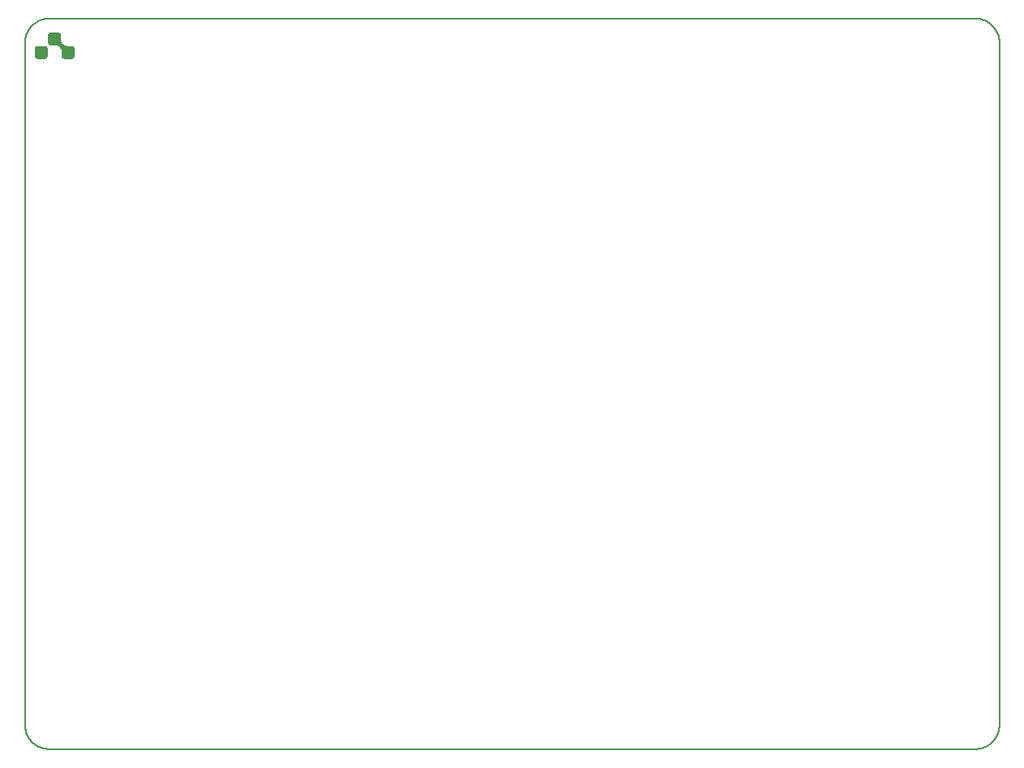
<source format=gbo>
G75*
%MOIN*%
%OFA0B0*%
%FSLAX25Y25*%
%IPPOS*%
%LPD*%
%AMOC8*
5,1,8,0,0,1.08239X$1,22.5*
%
%ADD10C,0.00500*%
%ADD11C,0.00300*%
D10*
X0015000Y0005000D02*
X0395000Y0005000D01*
X0395242Y0005003D01*
X0395483Y0005012D01*
X0395724Y0005026D01*
X0395965Y0005047D01*
X0396205Y0005073D01*
X0396445Y0005105D01*
X0396684Y0005143D01*
X0396921Y0005186D01*
X0397158Y0005236D01*
X0397393Y0005291D01*
X0397627Y0005351D01*
X0397859Y0005418D01*
X0398090Y0005489D01*
X0398319Y0005567D01*
X0398546Y0005650D01*
X0398771Y0005738D01*
X0398994Y0005832D01*
X0399214Y0005931D01*
X0399432Y0006036D01*
X0399647Y0006145D01*
X0399860Y0006260D01*
X0400070Y0006380D01*
X0400276Y0006505D01*
X0400480Y0006635D01*
X0400681Y0006770D01*
X0400878Y0006910D01*
X0401072Y0007054D01*
X0401262Y0007203D01*
X0401448Y0007357D01*
X0401631Y0007515D01*
X0401810Y0007677D01*
X0401985Y0007844D01*
X0402156Y0008015D01*
X0402323Y0008190D01*
X0402485Y0008369D01*
X0402643Y0008552D01*
X0402797Y0008738D01*
X0402946Y0008928D01*
X0403090Y0009122D01*
X0403230Y0009319D01*
X0403365Y0009520D01*
X0403495Y0009724D01*
X0403620Y0009930D01*
X0403740Y0010140D01*
X0403855Y0010353D01*
X0403964Y0010568D01*
X0404069Y0010786D01*
X0404168Y0011006D01*
X0404262Y0011229D01*
X0404350Y0011454D01*
X0404433Y0011681D01*
X0404511Y0011910D01*
X0404582Y0012141D01*
X0404649Y0012373D01*
X0404709Y0012607D01*
X0404764Y0012842D01*
X0404814Y0013079D01*
X0404857Y0013316D01*
X0404895Y0013555D01*
X0404927Y0013795D01*
X0404953Y0014035D01*
X0404974Y0014276D01*
X0404988Y0014517D01*
X0404997Y0014758D01*
X0405000Y0015000D01*
X0405000Y0295000D01*
X0404997Y0295242D01*
X0404988Y0295483D01*
X0404974Y0295724D01*
X0404953Y0295965D01*
X0404927Y0296205D01*
X0404895Y0296445D01*
X0404857Y0296684D01*
X0404814Y0296921D01*
X0404764Y0297158D01*
X0404709Y0297393D01*
X0404649Y0297627D01*
X0404582Y0297859D01*
X0404511Y0298090D01*
X0404433Y0298319D01*
X0404350Y0298546D01*
X0404262Y0298771D01*
X0404168Y0298994D01*
X0404069Y0299214D01*
X0403964Y0299432D01*
X0403855Y0299647D01*
X0403740Y0299860D01*
X0403620Y0300070D01*
X0403495Y0300276D01*
X0403365Y0300480D01*
X0403230Y0300681D01*
X0403090Y0300878D01*
X0402946Y0301072D01*
X0402797Y0301262D01*
X0402643Y0301448D01*
X0402485Y0301631D01*
X0402323Y0301810D01*
X0402156Y0301985D01*
X0401985Y0302156D01*
X0401810Y0302323D01*
X0401631Y0302485D01*
X0401448Y0302643D01*
X0401262Y0302797D01*
X0401072Y0302946D01*
X0400878Y0303090D01*
X0400681Y0303230D01*
X0400480Y0303365D01*
X0400276Y0303495D01*
X0400070Y0303620D01*
X0399860Y0303740D01*
X0399647Y0303855D01*
X0399432Y0303964D01*
X0399214Y0304069D01*
X0398994Y0304168D01*
X0398771Y0304262D01*
X0398546Y0304350D01*
X0398319Y0304433D01*
X0398090Y0304511D01*
X0397859Y0304582D01*
X0397627Y0304649D01*
X0397393Y0304709D01*
X0397158Y0304764D01*
X0396921Y0304814D01*
X0396684Y0304857D01*
X0396445Y0304895D01*
X0396205Y0304927D01*
X0395965Y0304953D01*
X0395724Y0304974D01*
X0395483Y0304988D01*
X0395242Y0304997D01*
X0395000Y0305000D01*
X0015000Y0305000D01*
X0014758Y0304997D01*
X0014517Y0304988D01*
X0014276Y0304974D01*
X0014035Y0304953D01*
X0013795Y0304927D01*
X0013555Y0304895D01*
X0013316Y0304857D01*
X0013079Y0304814D01*
X0012842Y0304764D01*
X0012607Y0304709D01*
X0012373Y0304649D01*
X0012141Y0304582D01*
X0011910Y0304511D01*
X0011681Y0304433D01*
X0011454Y0304350D01*
X0011229Y0304262D01*
X0011006Y0304168D01*
X0010786Y0304069D01*
X0010568Y0303964D01*
X0010353Y0303855D01*
X0010140Y0303740D01*
X0009930Y0303620D01*
X0009724Y0303495D01*
X0009520Y0303365D01*
X0009319Y0303230D01*
X0009122Y0303090D01*
X0008928Y0302946D01*
X0008738Y0302797D01*
X0008552Y0302643D01*
X0008369Y0302485D01*
X0008190Y0302323D01*
X0008015Y0302156D01*
X0007844Y0301985D01*
X0007677Y0301810D01*
X0007515Y0301631D01*
X0007357Y0301448D01*
X0007203Y0301262D01*
X0007054Y0301072D01*
X0006910Y0300878D01*
X0006770Y0300681D01*
X0006635Y0300480D01*
X0006505Y0300276D01*
X0006380Y0300070D01*
X0006260Y0299860D01*
X0006145Y0299647D01*
X0006036Y0299432D01*
X0005931Y0299214D01*
X0005832Y0298994D01*
X0005738Y0298771D01*
X0005650Y0298546D01*
X0005567Y0298319D01*
X0005489Y0298090D01*
X0005418Y0297859D01*
X0005351Y0297627D01*
X0005291Y0297393D01*
X0005236Y0297158D01*
X0005186Y0296921D01*
X0005143Y0296684D01*
X0005105Y0296445D01*
X0005073Y0296205D01*
X0005047Y0295965D01*
X0005026Y0295724D01*
X0005012Y0295483D01*
X0005003Y0295242D01*
X0005000Y0295000D01*
X0005000Y0015000D01*
X0005003Y0014758D01*
X0005012Y0014517D01*
X0005026Y0014276D01*
X0005047Y0014035D01*
X0005073Y0013795D01*
X0005105Y0013555D01*
X0005143Y0013316D01*
X0005186Y0013079D01*
X0005236Y0012842D01*
X0005291Y0012607D01*
X0005351Y0012373D01*
X0005418Y0012141D01*
X0005489Y0011910D01*
X0005567Y0011681D01*
X0005650Y0011454D01*
X0005738Y0011229D01*
X0005832Y0011006D01*
X0005931Y0010786D01*
X0006036Y0010568D01*
X0006145Y0010353D01*
X0006260Y0010140D01*
X0006380Y0009930D01*
X0006505Y0009724D01*
X0006635Y0009520D01*
X0006770Y0009319D01*
X0006910Y0009122D01*
X0007054Y0008928D01*
X0007203Y0008738D01*
X0007357Y0008552D01*
X0007515Y0008369D01*
X0007677Y0008190D01*
X0007844Y0008015D01*
X0008015Y0007844D01*
X0008190Y0007677D01*
X0008369Y0007515D01*
X0008552Y0007357D01*
X0008738Y0007203D01*
X0008928Y0007054D01*
X0009122Y0006910D01*
X0009319Y0006770D01*
X0009520Y0006635D01*
X0009724Y0006505D01*
X0009930Y0006380D01*
X0010140Y0006260D01*
X0010353Y0006145D01*
X0010568Y0006036D01*
X0010786Y0005931D01*
X0011006Y0005832D01*
X0011229Y0005738D01*
X0011454Y0005650D01*
X0011681Y0005567D01*
X0011910Y0005489D01*
X0012141Y0005418D01*
X0012373Y0005351D01*
X0012607Y0005291D01*
X0012842Y0005236D01*
X0013079Y0005186D01*
X0013316Y0005143D01*
X0013555Y0005105D01*
X0013795Y0005073D01*
X0014035Y0005047D01*
X0014276Y0005026D01*
X0014517Y0005012D01*
X0014758Y0005003D01*
X0015000Y0005000D01*
D11*
X0012976Y0288701D02*
X0009976Y0288701D01*
X0009718Y0288735D01*
X0009476Y0288835D01*
X0009269Y0288994D01*
X0009110Y0289201D01*
X0009010Y0289442D01*
X0008976Y0289701D01*
X0008976Y0292701D01*
X0009010Y0292960D01*
X0009110Y0293201D01*
X0009269Y0293408D01*
X0009476Y0293567D01*
X0009718Y0293667D01*
X0009976Y0293701D01*
X0012976Y0293701D01*
X0013235Y0293667D01*
X0013476Y0293567D01*
X0013683Y0293408D01*
X0013842Y0293201D01*
X0013942Y0292960D01*
X0013976Y0292701D01*
X0013976Y0289701D01*
X0013942Y0289442D01*
X0013842Y0289201D01*
X0013683Y0288994D01*
X0013476Y0288835D01*
X0013235Y0288735D01*
X0012976Y0288701D01*
X0013541Y0288884D02*
X0009412Y0288884D01*
X0009124Y0289183D02*
X0013829Y0289183D01*
X0013947Y0289481D02*
X0009005Y0289481D01*
X0008976Y0289780D02*
X0013976Y0289780D01*
X0013976Y0290078D02*
X0008976Y0290078D01*
X0008976Y0290377D02*
X0013976Y0290377D01*
X0013976Y0290675D02*
X0008976Y0290675D01*
X0008976Y0290974D02*
X0013976Y0290974D01*
X0013976Y0291272D02*
X0008976Y0291272D01*
X0008976Y0291571D02*
X0013976Y0291571D01*
X0013976Y0291869D02*
X0008976Y0291869D01*
X0008976Y0292168D02*
X0013976Y0292168D01*
X0013976Y0292466D02*
X0008976Y0292466D01*
X0008985Y0292765D02*
X0013968Y0292765D01*
X0013899Y0293063D02*
X0009053Y0293063D01*
X0009234Y0293362D02*
X0013719Y0293362D01*
X0013250Y0293660D02*
X0009702Y0293660D01*
X0014510Y0294942D02*
X0014476Y0295201D01*
X0014476Y0298201D01*
X0014510Y0298460D01*
X0014610Y0298701D01*
X0014769Y0298908D01*
X0014976Y0299067D01*
X0015218Y0299167D01*
X0015476Y0299201D01*
X0018476Y0299201D01*
X0018735Y0299167D01*
X0018976Y0299067D01*
X0019183Y0298908D01*
X0019342Y0298701D01*
X0019442Y0298460D01*
X0019476Y0298201D01*
X0019476Y0296201D01*
X0019524Y0295713D01*
X0019667Y0295244D01*
X0019898Y0294812D01*
X0020209Y0294433D01*
X0020587Y0294122D01*
X0021020Y0293891D01*
X0021489Y0293749D01*
X0021976Y0293701D01*
X0023976Y0293701D01*
X0024235Y0293667D01*
X0024476Y0293567D01*
X0024683Y0293408D01*
X0024842Y0293201D01*
X0024942Y0292960D01*
X0024976Y0292701D01*
X0024976Y0289701D01*
X0024942Y0289442D01*
X0024842Y0289201D01*
X0024683Y0288994D01*
X0024476Y0288835D01*
X0024235Y0288735D01*
X0023976Y0288701D01*
X0020976Y0288701D01*
X0020718Y0288735D01*
X0020476Y0288835D01*
X0020269Y0288994D01*
X0020110Y0289201D01*
X0020010Y0289442D01*
X0019976Y0289701D01*
X0019976Y0291701D01*
X0019928Y0292189D01*
X0019786Y0292657D01*
X0019555Y0293090D01*
X0019244Y0293469D01*
X0018865Y0293779D01*
X0018433Y0294010D01*
X0017964Y0294153D01*
X0017476Y0294201D01*
X0015476Y0294201D01*
X0015218Y0294235D01*
X0014976Y0294335D01*
X0014769Y0294494D01*
X0014610Y0294701D01*
X0014510Y0294942D01*
X0014547Y0294854D02*
X0019875Y0294854D01*
X0019715Y0295153D02*
X0014483Y0295153D01*
X0014476Y0295452D02*
X0019604Y0295452D01*
X0019521Y0295750D02*
X0014476Y0295750D01*
X0014476Y0296049D02*
X0019491Y0296049D01*
X0019476Y0296347D02*
X0014476Y0296347D01*
X0014476Y0296646D02*
X0019476Y0296646D01*
X0019476Y0296944D02*
X0014476Y0296944D01*
X0014476Y0297243D02*
X0019476Y0297243D01*
X0019476Y0297541D02*
X0014476Y0297541D01*
X0014476Y0297840D02*
X0019476Y0297840D01*
X0019476Y0298138D02*
X0014476Y0298138D01*
X0014507Y0298437D02*
X0019445Y0298437D01*
X0019316Y0298735D02*
X0014637Y0298735D01*
X0014933Y0299034D02*
X0019020Y0299034D01*
X0020108Y0294556D02*
X0014721Y0294556D01*
X0015163Y0294257D02*
X0020423Y0294257D01*
X0020893Y0293959D02*
X0018529Y0293959D01*
X0019010Y0293660D02*
X0024250Y0293660D01*
X0024719Y0293362D02*
X0019332Y0293362D01*
X0019569Y0293063D02*
X0024899Y0293063D01*
X0024968Y0292765D02*
X0019729Y0292765D01*
X0019844Y0292466D02*
X0024976Y0292466D01*
X0024976Y0292168D02*
X0019930Y0292168D01*
X0019960Y0291869D02*
X0024976Y0291869D01*
X0024976Y0291571D02*
X0019976Y0291571D01*
X0019976Y0291272D02*
X0024976Y0291272D01*
X0024976Y0290974D02*
X0019976Y0290974D01*
X0019976Y0290675D02*
X0024976Y0290675D01*
X0024976Y0290377D02*
X0019976Y0290377D01*
X0019976Y0290078D02*
X0024976Y0290078D01*
X0024976Y0289780D02*
X0019976Y0289780D01*
X0020005Y0289481D02*
X0024947Y0289481D01*
X0024829Y0289183D02*
X0020124Y0289183D01*
X0020412Y0288884D02*
X0024541Y0288884D01*
M02*

</source>
